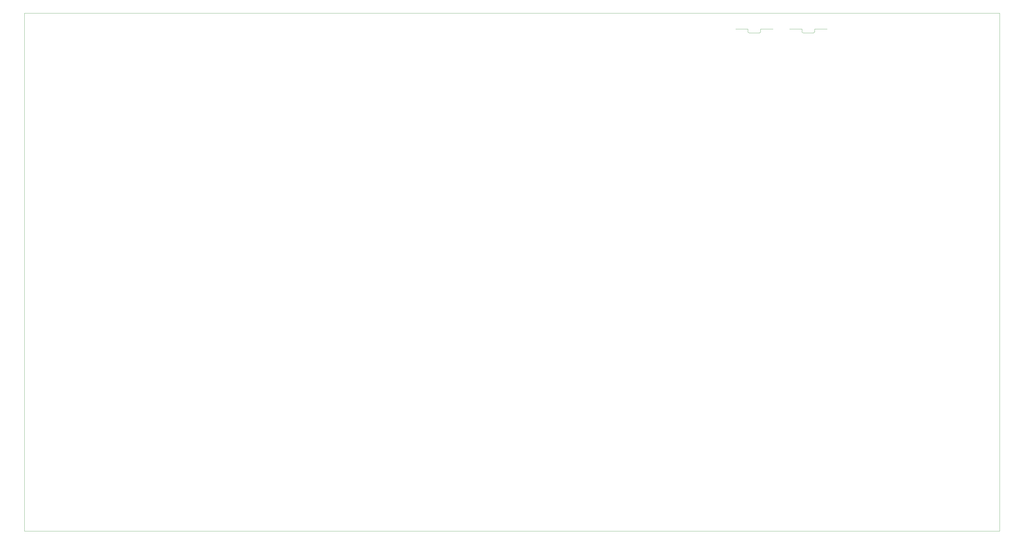
<source format=gbr>
%TF.GenerationSoftware,KiCad,Pcbnew,9.0.1*%
%TF.CreationDate,2025-10-07T14:41:56+01:00*%
%TF.ProjectId,WEASEL_KiCad,57454153-454c-45f4-9b69-4361642e6b69,rev?*%
%TF.SameCoordinates,Original*%
%TF.FileFunction,Profile,NP*%
%FSLAX46Y46*%
G04 Gerber Fmt 4.6, Leading zero omitted, Abs format (unit mm)*
G04 Created by KiCad (PCBNEW 9.0.1) date 2025-10-07 14:41:56*
%MOMM*%
%LPD*%
G01*
G04 APERTURE LIST*
%TA.AperFunction,Profile*%
%ADD10C,0.050000*%
%TD*%
%TA.AperFunction,Profile*%
%ADD11C,0.120000*%
%TD*%
G04 APERTURE END LIST*
D10*
X22000000Y-20000000D02*
X360750000Y-20000000D01*
X360750000Y-200000000D01*
X22000000Y-200000000D01*
X22000000Y-20000000D01*
D11*
%TO.C,J2*%
X273294600Y-25500000D02*
X268994600Y-25500000D01*
X273294600Y-26500000D02*
X273294600Y-25500000D01*
X273694600Y-26900000D02*
X277294600Y-26900000D01*
X277694600Y-25500000D02*
X281994600Y-25500000D01*
X277694600Y-26500000D02*
X277694600Y-25500000D01*
X273694600Y-26900000D02*
G75*
G02*
X273294600Y-26500000I0J400000D01*
G01*
X277694600Y-26500000D02*
G75*
G02*
X277294600Y-26900000I-400001J1D01*
G01*
%TO.C,J1*%
X292054600Y-25500000D02*
X287754600Y-25500000D01*
X292054600Y-26500000D02*
X292054600Y-25500000D01*
X292454600Y-26900000D02*
X296054600Y-26900000D01*
X296454600Y-25500000D02*
X300754600Y-25500000D01*
X296454600Y-26500000D02*
X296454600Y-25500000D01*
X292454600Y-26900000D02*
G75*
G02*
X292054600Y-26500000I0J400000D01*
G01*
X296454600Y-26500000D02*
G75*
G02*
X296054600Y-26900000I-400001J1D01*
G01*
%TD*%
M02*

</source>
